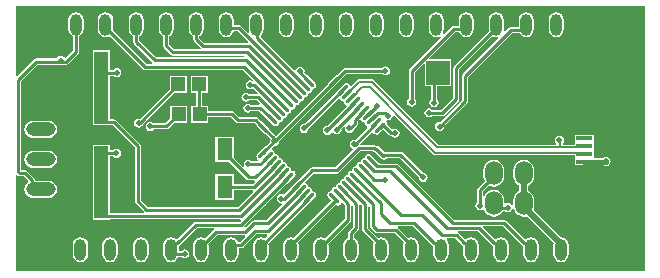
<source format=gtl>
G04*
G04 #@! TF.GenerationSoftware,Altium Limited,Altium Designer,20.0.13 (296)*
G04*
G04 Layer_Physical_Order=1*
G04 Layer_Color=255*
%FSLAX25Y25*%
%MOIN*%
G70*
G01*
G75*
%ADD13C,0.01000*%
%ADD19R,0.05315X0.01575*%
%ADD20R,0.06299X0.08268*%
%ADD21R,0.07480X0.07480*%
%ADD22R,0.08465X0.08465*%
%ADD23R,0.07874X0.07874*%
G04:AMPARAMS|DCode=24|XSize=11.81mil|YSize=47.24mil|CornerRadius=0mil|HoleSize=0mil|Usage=FLASHONLY|Rotation=45.000|XOffset=0mil|YOffset=0mil|HoleType=Round|Shape=Round|*
%AMOVALD24*
21,1,0.03543,0.01181,0.00000,0.00000,135.0*
1,1,0.01181,0.01253,-0.01253*
1,1,0.01181,-0.01253,0.01253*
%
%ADD24OVALD24*%

G04:AMPARAMS|DCode=25|XSize=11.81mil|YSize=47.24mil|CornerRadius=0mil|HoleSize=0mil|Usage=FLASHONLY|Rotation=135.000|XOffset=0mil|YOffset=0mil|HoleType=Round|Shape=Round|*
%AMOVALD25*
21,1,0.03543,0.01181,0.00000,0.00000,225.0*
1,1,0.01181,0.01253,0.01253*
1,1,0.01181,-0.01253,-0.01253*
%
%ADD25OVALD25*%

%ADD26R,0.04724X0.24000*%
%ADD27R,0.05118X0.07480*%
%ADD28R,0.04724X0.04724*%
%ADD44C,0.00800*%
%ADD45C,0.01500*%
%ADD46C,0.02000*%
%ADD47O,0.04000X0.07200*%
%ADD48R,0.04000X0.07200*%
%ADD49O,0.05906X0.07874*%
%ADD50O,0.09843X0.04724*%
%ADD51R,0.09843X0.04724*%
%ADD52C,0.01968*%
%ADD53C,0.02000*%
G36*
X210357Y765D02*
X765D01*
Y32726D01*
X1227Y32917D01*
X1265Y32879D01*
X1596Y32658D01*
X1986Y32580D01*
X3421D01*
X4895Y31106D01*
X4921Y31029D01*
X4849Y30474D01*
X4455Y30171D01*
X3996Y29573D01*
X3708Y28877D01*
X3609Y28130D01*
X3708Y27383D01*
X3996Y26686D01*
X4455Y26089D01*
X5053Y25630D01*
X5749Y25341D01*
X6496Y25243D01*
X11614D01*
X12361Y25341D01*
X13058Y25630D01*
X13656Y26089D01*
X14114Y26686D01*
X14403Y27383D01*
X14501Y28130D01*
X14403Y28877D01*
X14114Y29573D01*
X13656Y30171D01*
X13058Y30630D01*
X12361Y30918D01*
X11614Y31017D01*
X7193D01*
Y31269D01*
X7115Y31659D01*
X6894Y31990D01*
X4564Y34321D01*
X4233Y34542D01*
X3843Y34620D01*
X2420D01*
Y64178D01*
X7922Y69680D01*
X15003D01*
X15121Y69602D01*
X15700Y69487D01*
X16279Y69602D01*
X16397Y69680D01*
X17500D01*
X17890Y69758D01*
X18221Y69979D01*
X21564Y73322D01*
X21784Y73652D01*
X21862Y74042D01*
Y79075D01*
X22645Y79598D01*
X23198Y80424D01*
X23392Y81400D01*
Y84600D01*
X23198Y85575D01*
X22645Y86402D01*
X21818Y86955D01*
X20843Y87149D01*
X19867Y86955D01*
X19040Y86402D01*
X18488Y85575D01*
X18293Y84600D01*
Y81400D01*
X18488Y80424D01*
X19040Y79598D01*
X19823Y79075D01*
Y74465D01*
X17394Y72036D01*
X16770Y72070D01*
X16279Y72398D01*
X15700Y72513D01*
X15121Y72398D01*
X14630Y72070D01*
X14396Y71720D01*
X7500D01*
X7110Y71642D01*
X6779Y71421D01*
X1227Y65869D01*
X765Y66060D01*
Y89196D01*
X210357D01*
Y765D01*
D02*
G37*
%LPC*%
G36*
X171000Y87149D02*
X170025Y86955D01*
X169198Y86402D01*
X168645Y85575D01*
X168451Y84600D01*
Y82319D01*
X165945D01*
X165555Y82241D01*
X165224Y82020D01*
X163924Y80720D01*
X163463Y80966D01*
X163549Y81400D01*
Y84600D01*
X163355Y85575D01*
X162802Y86402D01*
X161975Y86955D01*
X161000Y87149D01*
X160024Y86955D01*
X159198Y86402D01*
X158645Y85575D01*
X158451Y84600D01*
Y81400D01*
X158541Y80948D01*
X146917Y69323D01*
X146696Y68993D01*
X146618Y68602D01*
Y58690D01*
X142589Y54661D01*
X139588D01*
X139554Y54712D01*
X139063Y55040D01*
X138484Y55155D01*
X137905Y55040D01*
X137414Y54712D01*
X137086Y54221D01*
X136971Y53642D01*
X137086Y53063D01*
X137414Y52572D01*
X137905Y52244D01*
X138484Y52128D01*
X139063Y52244D01*
X139554Y52572D01*
X139588Y52622D01*
X143012D01*
X143402Y52700D01*
X143733Y52921D01*
X148359Y57547D01*
X148580Y57877D01*
X148657Y58268D01*
Y68180D01*
X159723Y79246D01*
X160024Y79045D01*
X161000Y78851D01*
X161434Y78937D01*
X161680Y78477D01*
X149870Y66666D01*
X149649Y66335D01*
X149571Y65945D01*
Y58001D01*
X142087Y50517D01*
X142028Y50529D01*
X141448Y50414D01*
X140957Y50086D01*
X140629Y49595D01*
X140514Y49016D01*
X140629Y48437D01*
X140957Y47946D01*
X141448Y47618D01*
X142028Y47502D01*
X142607Y47618D01*
X143098Y47946D01*
X143426Y48437D01*
X143541Y49016D01*
X143529Y49075D01*
X151312Y56858D01*
X151532Y57189D01*
X151610Y57579D01*
Y65523D01*
X166367Y80280D01*
X168742D01*
X169198Y79598D01*
X170025Y79045D01*
X171000Y78851D01*
X171975Y79045D01*
X172802Y79598D01*
X173355Y80424D01*
X173549Y81400D01*
Y84600D01*
X173355Y85575D01*
X172802Y86402D01*
X171975Y86955D01*
X171000Y87149D01*
D02*
G37*
G36*
X81000D02*
X80024Y86955D01*
X79198Y86402D01*
X78645Y85575D01*
X78451Y84600D01*
Y81400D01*
X78605Y80624D01*
X78145Y80378D01*
X75902Y82621D01*
X75571Y82842D01*
X75181Y82920D01*
X73549D01*
Y84600D01*
X73355Y85575D01*
X72802Y86402D01*
X71975Y86955D01*
X71000Y87149D01*
X70025Y86955D01*
X69198Y86402D01*
X68645Y85575D01*
X68451Y84600D01*
Y81400D01*
X68645Y80424D01*
X69198Y79598D01*
X70025Y79045D01*
X71000Y78851D01*
X71975Y79045D01*
X72802Y79598D01*
X73355Y80424D01*
X73446Y80880D01*
X74758D01*
X78233Y77405D01*
X78026Y76905D01*
X63611D01*
X62020Y78497D01*
Y79075D01*
X62802Y79598D01*
X63355Y80424D01*
X63549Y81400D01*
Y84600D01*
X63355Y85575D01*
X62802Y86402D01*
X61976Y86955D01*
X61000Y87149D01*
X60024Y86955D01*
X59198Y86402D01*
X58645Y85575D01*
X58451Y84600D01*
Y81400D01*
X58645Y80424D01*
X59198Y79598D01*
X59980Y79075D01*
Y78075D01*
X60058Y77685D01*
X60279Y77354D01*
X62393Y75240D01*
X62329Y74942D01*
X62204Y74740D01*
X53670D01*
X52020Y76391D01*
Y79075D01*
X52802Y79598D01*
X53355Y80424D01*
X53549Y81400D01*
Y84600D01*
X53355Y85575D01*
X52802Y86402D01*
X51976Y86955D01*
X51000Y87149D01*
X50024Y86955D01*
X49198Y86402D01*
X48645Y85575D01*
X48451Y84600D01*
Y81400D01*
X48645Y80424D01*
X49198Y79598D01*
X49980Y79075D01*
Y75968D01*
X50058Y75578D01*
X50279Y75248D01*
X52527Y73000D01*
X52858Y72778D01*
X53248Y72701D01*
X76857D01*
X76870Y72681D01*
X76603Y72181D01*
X47470D01*
X42020Y77631D01*
Y79075D01*
X42802Y79598D01*
X43355Y80424D01*
X43549Y81400D01*
Y84600D01*
X43355Y85575D01*
X42802Y86402D01*
X41976Y86955D01*
X41000Y87149D01*
X40025Y86955D01*
X39198Y86402D01*
X38645Y85575D01*
X38451Y84600D01*
Y81400D01*
X38645Y80424D01*
X39198Y79598D01*
X39980Y79075D01*
Y77209D01*
X40058Y76819D01*
X40279Y76488D01*
X46274Y70493D01*
X46242Y70277D01*
X46097Y69993D01*
X44346D01*
X33287Y81052D01*
X33287Y81052D01*
X33185Y81154D01*
X33234Y81400D01*
Y84600D01*
X33040Y85575D01*
X32487Y86402D01*
X31661Y86955D01*
X30685Y87149D01*
X29710Y86955D01*
X28883Y86402D01*
X28330Y85575D01*
X28136Y84600D01*
Y81400D01*
X28330Y80424D01*
X28883Y79598D01*
X29710Y79045D01*
X30685Y78851D01*
X31661Y79045D01*
X32110Y79345D01*
X43203Y68252D01*
X43534Y68031D01*
X43924Y67953D01*
X76550D01*
X79854Y64649D01*
X79536Y64260D01*
X79479Y64298D01*
X78900Y64413D01*
X78321Y64298D01*
X77830Y63970D01*
X77502Y63479D01*
X77387Y62900D01*
X77502Y62321D01*
X77830Y61830D01*
X78321Y61502D01*
X78900Y61387D01*
X79479Y61502D01*
X79922Y61798D01*
X81400Y60320D01*
X81192Y59820D01*
X78604D01*
X78570Y59870D01*
X78079Y60198D01*
X77500Y60313D01*
X76921Y60198D01*
X76430Y59870D01*
X76102Y59379D01*
X75987Y58800D01*
X76102Y58221D01*
X76430Y57730D01*
X76921Y57402D01*
X77500Y57287D01*
X78079Y57402D01*
X78570Y57730D01*
X78604Y57780D01*
X81155D01*
X82216Y56720D01*
X82009Y56220D01*
X79204D01*
X79170Y56270D01*
X78679Y56598D01*
X78100Y56713D01*
X77521Y56598D01*
X77030Y56270D01*
X76702Y55779D01*
X76587Y55200D01*
X76702Y54621D01*
X77030Y54130D01*
X77521Y53802D01*
X78100Y53687D01*
X78679Y53802D01*
X79170Y54130D01*
X79204Y54180D01*
X81922D01*
X83890Y52212D01*
X84054Y51967D01*
X86560Y49461D01*
X86921Y49220D01*
X87346Y49135D01*
X87772Y49220D01*
X88132Y49461D01*
X88373Y49822D01*
X88458Y50247D01*
X88738Y50527D01*
X89164Y50612D01*
X89524Y50853D01*
X89765Y51214D01*
X89850Y51639D01*
X90130Y51919D01*
X90556Y52004D01*
X90916Y52245D01*
X91157Y52606D01*
X91242Y53031D01*
X91522Y53311D01*
X91948Y53396D01*
X92308Y53637D01*
X92549Y53998D01*
X92634Y54423D01*
X92914Y54703D01*
X93339Y54788D01*
X93700Y55029D01*
X93941Y55389D01*
X94026Y55815D01*
X94306Y56095D01*
X94731Y56180D01*
X95092Y56421D01*
X95333Y56782D01*
X95418Y57207D01*
X95698Y57487D01*
X96123Y57572D01*
X96484Y57813D01*
X96725Y58173D01*
X96810Y58599D01*
X97090Y58879D01*
X97515Y58964D01*
X97876Y59205D01*
X98117Y59565D01*
X98202Y59991D01*
X98482Y60271D01*
X98907Y60356D01*
X99268Y60597D01*
X99509Y60957D01*
X99594Y61383D01*
X99874Y61663D01*
X100299Y61747D01*
X100660Y61989D01*
X100901Y62349D01*
X100986Y62775D01*
X100901Y63200D01*
X100660Y63561D01*
X98154Y66066D01*
X97794Y66307D01*
X97780Y66310D01*
X96956Y67134D01*
X97029Y67500D01*
X96914Y68079D01*
X96586Y68570D01*
X96095Y68898D01*
X95516Y69013D01*
X94937Y68898D01*
X94446Y68570D01*
X94118Y68079D01*
X94087Y67926D01*
X93545Y67762D01*
X82507Y78799D01*
X82565Y79439D01*
X82802Y79598D01*
X83355Y80424D01*
X83549Y81400D01*
Y84600D01*
X83355Y85575D01*
X82802Y86402D01*
X81975Y86955D01*
X81000Y87149D01*
D02*
G37*
G36*
X151000D02*
X150024Y86955D01*
X149198Y86402D01*
X148645Y85575D01*
X148451Y84600D01*
Y82594D01*
X146731D01*
X146341Y82516D01*
X146010Y82295D01*
X143586Y79871D01*
X143198Y80189D01*
X143355Y80424D01*
X143549Y81400D01*
Y84600D01*
X143355Y85575D01*
X142802Y86402D01*
X141975Y86955D01*
X141000Y87149D01*
X140024Y86955D01*
X139198Y86402D01*
X138645Y85575D01*
X138451Y84600D01*
Y81400D01*
X138645Y80424D01*
X139198Y79598D01*
X140024Y79045D01*
X141000Y78851D01*
X141975Y79045D01*
X142211Y79202D01*
X142529Y78814D01*
X132153Y68437D01*
X131932Y68107D01*
X131854Y67716D01*
Y58429D01*
X131632Y58280D01*
X131304Y57789D01*
X131189Y57210D01*
X131304Y56631D01*
X131632Y56140D01*
X132123Y55812D01*
X132703Y55697D01*
X133282Y55812D01*
X133773Y56140D01*
X134101Y56631D01*
X134216Y57210D01*
X134101Y57789D01*
X133894Y58099D01*
Y67294D01*
X136636Y70037D01*
X137098Y69846D01*
Y62563D01*
X139180D01*
Y58104D01*
X139130Y58070D01*
X138802Y57579D01*
X138687Y57000D01*
X138802Y56421D01*
X139130Y55930D01*
X139621Y55602D01*
X140200Y55487D01*
X140779Y55602D01*
X141270Y55930D01*
X141598Y56421D01*
X141713Y57000D01*
X141598Y57579D01*
X141270Y58070D01*
X141220Y58104D01*
Y62563D01*
X145973D01*
Y71437D01*
X138690D01*
X138498Y71899D01*
X147154Y80554D01*
X148619D01*
X148645Y80424D01*
X149198Y79598D01*
X150024Y79045D01*
X151000Y78851D01*
X151976Y79045D01*
X152802Y79598D01*
X153355Y80424D01*
X153549Y81400D01*
Y84600D01*
X153355Y85575D01*
X152802Y86402D01*
X151976Y86955D01*
X151000Y87149D01*
D02*
G37*
G36*
X181000D02*
X180025Y86955D01*
X179198Y86402D01*
X178645Y85575D01*
X178451Y84600D01*
Y81400D01*
X178645Y80424D01*
X179198Y79598D01*
X180025Y79045D01*
X181000Y78851D01*
X181975Y79045D01*
X182802Y79598D01*
X183355Y80424D01*
X183549Y81400D01*
Y84600D01*
X183355Y85575D01*
X182802Y86402D01*
X181975Y86955D01*
X181000Y87149D01*
D02*
G37*
G36*
X131000D02*
X130025Y86955D01*
X129198Y86402D01*
X128645Y85575D01*
X128451Y84600D01*
Y81400D01*
X128645Y80424D01*
X129198Y79598D01*
X130025Y79045D01*
X131000Y78851D01*
X131975Y79045D01*
X132802Y79598D01*
X133355Y80424D01*
X133549Y81400D01*
Y84600D01*
X133355Y85575D01*
X132802Y86402D01*
X131975Y86955D01*
X131000Y87149D01*
D02*
G37*
G36*
X121000D02*
X120025Y86955D01*
X119198Y86402D01*
X118645Y85575D01*
X118451Y84600D01*
Y81400D01*
X118645Y80424D01*
X119198Y79598D01*
X120025Y79045D01*
X121000Y78851D01*
X121976Y79045D01*
X122802Y79598D01*
X123355Y80424D01*
X123549Y81400D01*
Y84600D01*
X123355Y85575D01*
X122802Y86402D01*
X121976Y86955D01*
X121000Y87149D01*
D02*
G37*
G36*
X111000D02*
X110024Y86955D01*
X109198Y86402D01*
X108645Y85575D01*
X108451Y84600D01*
Y81400D01*
X108645Y80424D01*
X109198Y79598D01*
X110024Y79045D01*
X111000Y78851D01*
X111976Y79045D01*
X112802Y79598D01*
X113355Y80424D01*
X113549Y81400D01*
Y84600D01*
X113355Y85575D01*
X112802Y86402D01*
X111976Y86955D01*
X111000Y87149D01*
D02*
G37*
G36*
X101000D02*
X100024Y86955D01*
X99198Y86402D01*
X98645Y85575D01*
X98451Y84600D01*
Y81400D01*
X98645Y80424D01*
X99198Y79598D01*
X100024Y79045D01*
X101000Y78851D01*
X101976Y79045D01*
X102802Y79598D01*
X103355Y80424D01*
X103549Y81400D01*
Y84600D01*
X103355Y85575D01*
X102802Y86402D01*
X101976Y86955D01*
X101000Y87149D01*
D02*
G37*
G36*
X91000D02*
X90025Y86955D01*
X89198Y86402D01*
X88645Y85575D01*
X88451Y84600D01*
Y81400D01*
X88645Y80424D01*
X89198Y79598D01*
X90025Y79045D01*
X91000Y78851D01*
X91975Y79045D01*
X92802Y79598D01*
X93355Y80424D01*
X93549Y81400D01*
Y84600D01*
X93355Y85575D01*
X92802Y86402D01*
X91975Y86955D01*
X91000Y87149D01*
D02*
G37*
G36*
X32094Y74410D02*
X26370D01*
Y49409D01*
X30996D01*
X31095Y49390D01*
X33026D01*
X40417Y41999D01*
Y24114D01*
X40495Y23724D01*
X40716Y23393D01*
X43495Y20614D01*
X43432Y20316D01*
X43306Y20114D01*
X32094D01*
Y39080D01*
X33196D01*
X33230Y39030D01*
X33721Y38702D01*
X34300Y38587D01*
X34879Y38702D01*
X35370Y39030D01*
X35698Y39521D01*
X35813Y40100D01*
X35698Y40679D01*
X35370Y41170D01*
X34879Y41498D01*
X34300Y41613D01*
X33721Y41498D01*
X33230Y41170D01*
X33196Y41120D01*
X32094D01*
Y42913D01*
X26370D01*
Y17913D01*
X32094D01*
Y18075D01*
X75670D01*
X75850Y17640D01*
X75539Y17260D01*
X60740D01*
X60350Y17182D01*
X60019Y16961D01*
X54446Y11388D01*
X54302Y11402D01*
X53475Y11955D01*
X52500Y12149D01*
X51525Y11955D01*
X50698Y11402D01*
X50145Y10575D01*
X49951Y9600D01*
Y6400D01*
X50145Y5424D01*
X50698Y4598D01*
X51525Y4045D01*
X52500Y3851D01*
X53475Y4045D01*
X54302Y4598D01*
X54855Y5424D01*
X54886Y5580D01*
X55996D01*
X56030Y5530D01*
X56521Y5202D01*
X57100Y5087D01*
X57679Y5202D01*
X58170Y5530D01*
X58498Y6021D01*
X58613Y6600D01*
X58498Y7179D01*
X58170Y7670D01*
X57679Y7998D01*
X57100Y8113D01*
X56521Y7998D01*
X56030Y7670D01*
X55996Y7620D01*
X55049D01*
Y9229D01*
X55064Y9232D01*
X55395Y9453D01*
X61163Y15221D01*
X66731D01*
X66882Y14721D01*
X66700Y14599D01*
X63824Y11722D01*
X63476Y11955D01*
X62500Y12149D01*
X61524Y11955D01*
X60698Y11402D01*
X60145Y10575D01*
X59951Y9600D01*
Y6400D01*
X60145Y5424D01*
X60698Y4598D01*
X61524Y4045D01*
X62500Y3851D01*
X63476Y4045D01*
X64302Y4598D01*
X64855Y5424D01*
X65049Y6400D01*
Y9600D01*
X64972Y9987D01*
X67844Y12858D01*
X77146D01*
X77321Y12576D01*
X77364Y12368D01*
X75578Y10583D01*
X74850D01*
X74302Y11402D01*
X73475Y11955D01*
X72500Y12149D01*
X71525Y11955D01*
X70698Y11402D01*
X70145Y10575D01*
X69951Y9600D01*
Y6400D01*
X70145Y5424D01*
X70698Y4598D01*
X71525Y4045D01*
X72500Y3851D01*
X73475Y4045D01*
X74302Y4598D01*
X74855Y5424D01*
X75049Y6400D01*
Y8543D01*
X76000D01*
X76390Y8621D01*
X76721Y8842D01*
X80934Y13055D01*
X84425D01*
X84632Y12555D01*
X83809Y11732D01*
X83476Y11955D01*
X82500Y12149D01*
X81524Y11955D01*
X80698Y11402D01*
X80145Y10575D01*
X79951Y9600D01*
Y6400D01*
X80145Y5424D01*
X80698Y4598D01*
X81524Y4045D01*
X82500Y3851D01*
X83476Y4045D01*
X84302Y4598D01*
X84855Y5424D01*
X85049Y6400D01*
Y9600D01*
X84968Y10007D01*
X97719Y22758D01*
X97794Y22773D01*
X98154Y23014D01*
X100660Y25520D01*
X100901Y25880D01*
X100986Y26306D01*
X100901Y26731D01*
X100660Y27092D01*
X100299Y27333D01*
X99874Y27418D01*
X99594Y27698D01*
X99509Y28123D01*
X99268Y28484D01*
X98907Y28725D01*
X98482Y28810D01*
X98202Y29090D01*
X98117Y29515D01*
X97876Y29876D01*
X97515Y30117D01*
X97488Y30123D01*
X97323Y30665D01*
X100038Y33380D01*
X107777D01*
X108167Y33458D01*
X108498Y33679D01*
X115615Y40796D01*
X119943D01*
X120072Y40710D01*
X120439Y40637D01*
X122750Y38326D01*
X123111Y38084D01*
X123537Y38000D01*
X123962Y38084D01*
X124323Y38326D01*
X124554Y38671D01*
X128587D01*
X135099Y32160D01*
X135087Y32100D01*
X135202Y31521D01*
X135530Y31030D01*
X136021Y30702D01*
X136600Y30587D01*
X137179Y30702D01*
X137670Y31030D01*
X137998Y31521D01*
X138113Y32100D01*
X137998Y32679D01*
X137670Y33170D01*
X137179Y33498D01*
X136600Y33613D01*
X136540Y33601D01*
X129730Y40412D01*
X129399Y40633D01*
X129009Y40710D01*
X123511D01*
X121817Y42403D01*
X121457Y42645D01*
X121031Y42729D01*
X120800Y42683D01*
X120688Y42758D01*
X120298Y42835D01*
X115768D01*
X115561Y43335D01*
X119456Y47230D01*
X119998Y47065D01*
X120004Y47038D01*
X120245Y46677D01*
X120606Y46436D01*
X121031Y46351D01*
X121457Y46436D01*
X121817Y46677D01*
X123248Y48108D01*
X125042Y46315D01*
X125373Y46094D01*
X125763Y46016D01*
X126036D01*
X126194Y45780D01*
X126685Y45452D01*
X127264Y45337D01*
X127843Y45452D01*
X128334Y45780D01*
X128662Y46271D01*
X128777Y46850D01*
X128662Y47429D01*
X128334Y47921D01*
X127843Y48248D01*
X127264Y48364D01*
X126685Y48248D01*
X126395Y48055D01*
X126185D01*
X124586Y49654D01*
X124649Y49969D01*
X124564Y50394D01*
X124327Y50749D01*
X124334Y50780D01*
X124530Y51218D01*
X124902Y51144D01*
X125481Y51259D01*
X125972Y51587D01*
X126300Y52078D01*
X126370Y52432D01*
X126894Y52615D01*
X133111Y46398D01*
X133111Y46398D01*
X139839Y39671D01*
X140136Y39472D01*
X140488Y39402D01*
X186929D01*
X186969Y39394D01*
X187049D01*
Y36094D01*
X193364D01*
Y36107D01*
X196773D01*
X196980Y35968D01*
X197565Y35852D01*
X198150Y35968D01*
X198647Y36300D01*
X198669Y36322D01*
X199000Y36818D01*
X199117Y37403D01*
X199000Y37988D01*
X198669Y38485D01*
X198173Y38816D01*
X197587Y38933D01*
X197002Y38816D01*
X196762Y38655D01*
X193364D01*
Y41212D01*
Y43771D01*
Y46346D01*
X187049D01*
Y43045D01*
X186969D01*
X186929Y43037D01*
X183250D01*
X183142Y43537D01*
X183398Y43921D01*
X183513Y44500D01*
X183398Y45079D01*
X183070Y45570D01*
X182579Y45898D01*
X182000Y46013D01*
X181421Y45898D01*
X180930Y45570D01*
X180602Y45079D01*
X180487Y44500D01*
X180602Y43921D01*
X180858Y43537D01*
X180728Y43160D01*
X180637Y43037D01*
X141613D01*
X136209Y48442D01*
X136209Y48442D01*
X120095Y64555D01*
X119798Y64754D01*
X119446Y64824D01*
X115191D01*
X114839Y64754D01*
X114542Y64555D01*
X113440Y63454D01*
X113440Y63454D01*
X112606Y62620D01*
X112064Y62784D01*
X112036Y62922D01*
X111795Y63283D01*
X111435Y63524D01*
X111009Y63608D01*
X110584Y63524D01*
X110223Y63283D01*
X107717Y60777D01*
X107476Y60416D01*
X107474Y60403D01*
X96970Y49899D01*
X96900Y49913D01*
X96321Y49798D01*
X95830Y49470D01*
X95502Y48979D01*
X95387Y48400D01*
X95502Y47821D01*
X95830Y47330D01*
X96321Y47002D01*
X96900Y46887D01*
X97479Y47002D01*
X97970Y47330D01*
X98298Y47821D01*
X98413Y48400D01*
X98404Y48449D01*
X108320Y58366D01*
X108863Y58201D01*
X108868Y58173D01*
X109109Y57813D01*
X109470Y57572D01*
X109896Y57487D01*
X110176Y57207D01*
X110260Y56782D01*
X110501Y56421D01*
X110862Y56180D01*
X110890Y56174D01*
X111054Y55632D01*
X104664Y49242D01*
X104626Y49250D01*
X104047Y49134D01*
X103556Y48806D01*
X103228Y48315D01*
X103113Y47736D01*
X103228Y47157D01*
X103556Y46666D01*
X104047Y46338D01*
X104626Y46223D01*
X105205Y46338D01*
X105696Y46666D01*
X106024Y47157D01*
X106040Y47239D01*
X106564Y47306D01*
X106798Y46956D01*
X107289Y46628D01*
X107868Y46512D01*
X108447Y46628D01*
X108938Y46956D01*
X109266Y47447D01*
X109381Y48026D01*
X109337Y48247D01*
X110098Y49007D01*
X110558Y48761D01*
X110487Y48400D01*
X110602Y47821D01*
X110930Y47330D01*
X111421Y47002D01*
X112000Y46887D01*
X112579Y47002D01*
X113070Y47330D01*
X113398Y47821D01*
X113481Y48239D01*
X114421Y49179D01*
X114642Y49510D01*
X114720Y49900D01*
Y50878D01*
X115275Y51433D01*
X115817Y51268D01*
X115828Y51214D01*
X116069Y50853D01*
X116430Y50612D01*
X116855Y50527D01*
X117135Y50247D01*
X117220Y49822D01*
X117461Y49461D01*
X117822Y49220D01*
X117849Y49215D01*
X118014Y48672D01*
X113918Y44576D01*
X113681Y44624D01*
X113102Y44508D01*
X112611Y44180D01*
X112283Y43689D01*
X112168Y43110D01*
X112283Y42531D01*
X112611Y42040D01*
X113005Y41777D01*
X113164Y41229D01*
X107355Y35420D01*
X99616D01*
X99226Y35342D01*
X98895Y35121D01*
X95286Y31512D01*
X95272Y31509D01*
X94911Y31268D01*
X92406Y28762D01*
X92176Y28418D01*
X90045Y26287D01*
X89879Y26398D01*
X89300Y26513D01*
X88721Y26398D01*
X88230Y26070D01*
X87902Y25579D01*
X87787Y25000D01*
X87902Y24421D01*
X88230Y23930D01*
X88721Y23602D01*
X89300Y23487D01*
X89347Y23496D01*
X89593Y23035D01*
X84310Y17752D01*
X80118D01*
X79728Y17674D01*
X79397Y17453D01*
X77114Y15171D01*
X77074Y15181D01*
X76921Y15735D01*
X83900Y22714D01*
X84093Y23002D01*
X90820Y29730D01*
X90834Y29733D01*
X91195Y29974D01*
X93700Y32479D01*
X93941Y32840D01*
X94026Y33266D01*
X93941Y33691D01*
X93700Y34052D01*
X93339Y34293D01*
X92914Y34378D01*
X92634Y34657D01*
X92549Y35083D01*
X92308Y35444D01*
X91948Y35685D01*
X91522Y35769D01*
X91242Y36050D01*
X91157Y36475D01*
X90916Y36836D01*
X90556Y37077D01*
X90130Y37161D01*
X89850Y37441D01*
X89765Y37867D01*
X89524Y38228D01*
X89164Y38469D01*
X88738Y38553D01*
X88458Y38833D01*
X88373Y39259D01*
X88132Y39620D01*
X87772Y39861D01*
X87346Y39945D01*
X87066Y40225D01*
X86981Y40651D01*
X86740Y41012D01*
X86380Y41252D01*
X86352Y41258D01*
X86187Y41801D01*
X86978Y42591D01*
X87000Y42587D01*
X87579Y42702D01*
X88070Y43030D01*
X88398Y43521D01*
X88513Y44100D01*
X88505Y44141D01*
X106104Y61739D01*
X106145Y61747D01*
X106506Y61989D01*
X109011Y64494D01*
X109253Y64855D01*
X109255Y64868D01*
X110967Y66580D01*
X122896D01*
X122930Y66530D01*
X123421Y66202D01*
X124000Y66087D01*
X124579Y66202D01*
X125070Y66530D01*
X125398Y67021D01*
X125513Y67600D01*
X125398Y68179D01*
X125070Y68670D01*
X124579Y68998D01*
X124000Y69113D01*
X123421Y68998D01*
X122930Y68670D01*
X122896Y68620D01*
X110545D01*
X110155Y68542D01*
X109824Y68321D01*
X107813Y66310D01*
X107800Y66307D01*
X107439Y66066D01*
X104934Y63561D01*
X104716Y63235D01*
X87474Y45994D01*
X85592Y47875D01*
X85589Y47889D01*
X85348Y48250D01*
X82843Y50755D01*
X82482Y50996D01*
X82469Y50999D01*
X81547Y51921D01*
X81216Y52142D01*
X80826Y52220D01*
X75222D01*
X73572Y53870D01*
X73241Y54091D01*
X72851Y54169D01*
X64925D01*
Y56011D01*
X62984D01*
Y60228D01*
X64827D01*
Y65952D01*
X59102D01*
Y60228D01*
X60945D01*
Y56011D01*
X59201D01*
Y50287D01*
X64925D01*
Y52130D01*
X72428D01*
X74079Y50479D01*
X74410Y50258D01*
X74800Y50180D01*
X80403D01*
X81027Y49557D01*
X81029Y49543D01*
X81270Y49183D01*
X83776Y46677D01*
X84137Y46436D01*
X84150Y46433D01*
X85723Y44861D01*
X85602Y44679D01*
X85487Y44100D01*
X85506Y44003D01*
X84150Y42647D01*
X84137Y42645D01*
X83776Y42403D01*
X81270Y39898D01*
X81029Y39537D01*
X80945Y39112D01*
X81029Y38686D01*
X81270Y38326D01*
X81356Y38268D01*
X81482Y37650D01*
X81476Y37633D01*
X81331Y37437D01*
X79352D01*
X79318Y37487D01*
X78827Y37815D01*
X78248Y37931D01*
X77669Y37815D01*
X77178Y37487D01*
X76850Y36996D01*
X76735Y36417D01*
X76827Y35952D01*
X76423Y35660D01*
X76415Y35657D01*
X73433Y38639D01*
Y45677D01*
X67315D01*
Y37197D01*
X71991D01*
X77822Y31366D01*
X78153Y31145D01*
X78543Y31067D01*
X80215D01*
X80422Y30567D01*
X79713Y29858D01*
X73433D01*
Y33079D01*
X67315D01*
Y24598D01*
X73433D01*
Y27819D01*
X79751D01*
X79958Y27319D01*
X74918Y22279D01*
X44714D01*
X42457Y24536D01*
Y42421D01*
X42379Y42811D01*
X42158Y43142D01*
X34170Y51130D01*
X33839Y51351D01*
X33449Y51429D01*
X32094D01*
Y65980D01*
X33396D01*
X33430Y65930D01*
X33921Y65602D01*
X34500Y65487D01*
X35079Y65602D01*
X35570Y65930D01*
X35898Y66421D01*
X36013Y67000D01*
X35898Y67579D01*
X35570Y68070D01*
X35079Y68398D01*
X34500Y68513D01*
X33921Y68398D01*
X33430Y68070D01*
X33396Y68020D01*
X32094D01*
Y74410D01*
D02*
G37*
G36*
X57827Y65952D02*
X52102D01*
Y61670D01*
X42072Y51639D01*
X41700Y51713D01*
X41121Y51598D01*
X40630Y51270D01*
X40302Y50779D01*
X40187Y50200D01*
X40302Y49621D01*
X40630Y49130D01*
X41121Y48802D01*
X41700Y48687D01*
X42279Y48802D01*
X42770Y49130D01*
X43098Y49621D01*
X43138Y49822D01*
X53544Y60228D01*
X57827D01*
Y65952D01*
D02*
G37*
G36*
X57925Y56011D02*
X52201D01*
Y51729D01*
X50591Y50120D01*
X46704D01*
X46670Y50170D01*
X46179Y50498D01*
X45600Y50613D01*
X45021Y50498D01*
X44530Y50170D01*
X44202Y49679D01*
X44087Y49100D01*
X44202Y48521D01*
X44530Y48030D01*
X45021Y47702D01*
X45600Y47587D01*
X46179Y47702D01*
X46670Y48030D01*
X46704Y48080D01*
X51014D01*
X51404Y48158D01*
X51735Y48379D01*
X53643Y50287D01*
X57925D01*
Y56011D01*
D02*
G37*
G36*
X11614Y51017D02*
X6496D01*
X5749Y50919D01*
X5053Y50630D01*
X4455Y50171D01*
X3996Y49573D01*
X3708Y48877D01*
X3609Y48130D01*
X3708Y47383D01*
X3996Y46687D01*
X4455Y46089D01*
X5053Y45630D01*
X5749Y45341D01*
X6496Y45243D01*
X11614D01*
X12361Y45341D01*
X13058Y45630D01*
X13656Y46089D01*
X14114Y46687D01*
X14403Y47383D01*
X14501Y48130D01*
X14403Y48877D01*
X14114Y49573D01*
X13656Y50171D01*
X13058Y50630D01*
X12361Y50919D01*
X11614Y51017D01*
D02*
G37*
G36*
Y41017D02*
X6496D01*
X5749Y40918D01*
X5053Y40630D01*
X4455Y40171D01*
X3996Y39573D01*
X3708Y38877D01*
X3609Y38130D01*
X3708Y37383D01*
X3996Y36687D01*
X4455Y36089D01*
X5053Y35630D01*
X5749Y35341D01*
X6496Y35243D01*
X11614D01*
X12361Y35341D01*
X13058Y35630D01*
X13656Y36089D01*
X14114Y36687D01*
X14403Y37383D01*
X14501Y38130D01*
X14403Y38877D01*
X14114Y39573D01*
X13656Y40171D01*
X13058Y40630D01*
X12361Y40918D01*
X11614Y41017D01*
D02*
G37*
G36*
X170138Y37931D02*
X169236Y37813D01*
X168396Y37465D01*
X167675Y36911D01*
X167122Y36190D01*
X166774Y35350D01*
X166655Y34449D01*
Y32480D01*
X166774Y31579D01*
X167122Y30739D01*
X167675Y30018D01*
X168396Y29464D01*
X168608Y29377D01*
Y27553D01*
X168396Y27465D01*
X167675Y26911D01*
X167122Y26190D01*
X166774Y25350D01*
X166655Y24449D01*
Y22727D01*
X166406Y22646D01*
X166155Y22643D01*
X165870Y23070D01*
X165379Y23398D01*
X164800Y23513D01*
X164221Y23398D01*
X164120Y23331D01*
X163620Y23598D01*
Y24449D01*
X163502Y25350D01*
X163154Y26190D01*
X162600Y26911D01*
X161879Y27465D01*
X161039Y27813D01*
X160138Y27931D01*
X159236Y27813D01*
X158396Y27465D01*
X157675Y26911D01*
X157122Y26190D01*
X157020Y25943D01*
X156520Y26043D01*
Y27478D01*
X158474Y29432D01*
X159236Y29116D01*
X160138Y28998D01*
X161039Y29116D01*
X161879Y29464D01*
X162600Y30018D01*
X163154Y30739D01*
X163502Y31579D01*
X163620Y32480D01*
Y34449D01*
X163502Y35350D01*
X163154Y36190D01*
X162600Y36911D01*
X161879Y37465D01*
X161039Y37813D01*
X160138Y37931D01*
X159236Y37813D01*
X158396Y37465D01*
X157675Y36911D01*
X157122Y36190D01*
X156774Y35350D01*
X156655Y34449D01*
Y32480D01*
X156774Y31579D01*
X157056Y30898D01*
X154779Y28621D01*
X154558Y28290D01*
X154480Y27900D01*
Y23804D01*
X154430Y23770D01*
X154102Y23279D01*
X153987Y22700D01*
X154102Y22121D01*
X154430Y21630D01*
X154921Y21302D01*
X155500Y21187D01*
X156079Y21302D01*
X156311Y21457D01*
X156313Y21457D01*
X156895Y21285D01*
X157122Y20739D01*
X157675Y20018D01*
X158396Y19464D01*
X159236Y19116D01*
X160138Y18998D01*
X161039Y19116D01*
X161879Y19464D01*
X162600Y20018D01*
X163154Y20739D01*
X163234Y20934D01*
X163716Y20951D01*
X163730Y20930D01*
X164221Y20602D01*
X164800Y20487D01*
X165379Y20602D01*
X165870Y20930D01*
X166198Y21421D01*
X166254Y21700D01*
X166760Y21684D01*
X166774Y21579D01*
X167122Y20739D01*
X167675Y20018D01*
X168396Y19464D01*
X169236Y19116D01*
X170138Y18998D01*
X171039Y19116D01*
X171068Y19128D01*
X180058Y10138D01*
X179951Y9600D01*
Y6400D01*
X180145Y5424D01*
X180698Y4598D01*
X181525Y4045D01*
X182500Y3851D01*
X183475Y4045D01*
X184302Y4598D01*
X184855Y5424D01*
X185049Y6400D01*
Y9600D01*
X184855Y10575D01*
X184302Y11402D01*
X183475Y11955D01*
X182500Y12149D01*
X182394Y12128D01*
X173338Y21184D01*
X173502Y21579D01*
X173620Y22480D01*
Y24449D01*
X173502Y25350D01*
X173154Y26190D01*
X172600Y26911D01*
X171879Y27465D01*
X171667Y27553D01*
Y29377D01*
X171879Y29464D01*
X172600Y30018D01*
X173154Y30739D01*
X173502Y31579D01*
X173620Y32480D01*
Y34449D01*
X173502Y35350D01*
X173154Y36190D01*
X172600Y36911D01*
X171879Y37465D01*
X171039Y37813D01*
X170138Y37931D01*
D02*
G37*
G36*
X118247Y39945D02*
X117822Y39861D01*
X117461Y39620D01*
X117220Y39259D01*
X117135Y38833D01*
X116855Y38553D01*
X116430Y38469D01*
X116069Y38228D01*
X115828Y37867D01*
X115743Y37441D01*
X115463Y37161D01*
X115038Y37077D01*
X114677Y36836D01*
X114436Y36475D01*
X114351Y36050D01*
X114071Y35769D01*
X113646Y35685D01*
X113285Y35444D01*
X113044Y35083D01*
X112960Y34657D01*
X112680Y34378D01*
X112254Y34293D01*
X111893Y34052D01*
X111652Y33691D01*
X111568Y33266D01*
X111287Y32985D01*
X110862Y32901D01*
X110501Y32660D01*
X110260Y32299D01*
X110176Y31874D01*
X109896Y31594D01*
X109470Y31509D01*
X109109Y31268D01*
X108868Y30907D01*
X108784Y30482D01*
X108504Y30202D01*
X108078Y30117D01*
X107717Y29876D01*
X107476Y29515D01*
X107392Y29090D01*
X107112Y28810D01*
X106686Y28725D01*
X106325Y28484D01*
X106084Y28123D01*
X106000Y27698D01*
X105720Y27418D01*
X105294Y27333D01*
X104934Y27092D01*
X104692Y26731D01*
X104608Y26306D01*
X104692Y25880D01*
X104934Y25520D01*
X105956Y24498D01*
X93423Y11965D01*
X92500Y12149D01*
X91524Y11955D01*
X90698Y11402D01*
X90145Y10575D01*
X89951Y9600D01*
Y6400D01*
X90145Y5424D01*
X90698Y4598D01*
X91524Y4045D01*
X92500Y3851D01*
X93476Y4045D01*
X94302Y4598D01*
X94855Y5424D01*
X95049Y6400D01*
Y9600D01*
X94865Y10523D01*
X107397Y23056D01*
X107439Y23014D01*
X107800Y22773D01*
X108225Y22688D01*
X108651Y22773D01*
X109011Y23014D01*
X109253Y23375D01*
X109258Y23402D01*
X109801Y23567D01*
X110496Y22871D01*
Y18434D01*
X103800Y11738D01*
X103475Y11955D01*
X102500Y12149D01*
X101525Y11955D01*
X100698Y11402D01*
X100145Y10575D01*
X99951Y9600D01*
Y6400D01*
X100145Y5424D01*
X100698Y4598D01*
X101525Y4045D01*
X102500Y3851D01*
X103475Y4045D01*
X104302Y4598D01*
X104855Y5424D01*
X105049Y6400D01*
Y9600D01*
X104965Y10020D01*
X112237Y17291D01*
X112458Y17622D01*
X112535Y18012D01*
Y22594D01*
X113035Y22843D01*
X113252Y22680D01*
Y15580D01*
X111779Y14107D01*
X111558Y13776D01*
X111480Y13386D01*
Y11925D01*
X110698Y11402D01*
X110145Y10575D01*
X109951Y9600D01*
Y6400D01*
X110145Y5424D01*
X110698Y4598D01*
X111524Y4045D01*
X112500Y3851D01*
X113476Y4045D01*
X114302Y4598D01*
X114855Y5424D01*
X115049Y6400D01*
Y9600D01*
X114855Y10575D01*
X114302Y11402D01*
X113520Y11925D01*
Y12964D01*
X114993Y14436D01*
X115214Y14767D01*
X115291Y15157D01*
Y22937D01*
X115791Y23144D01*
X116205Y22730D01*
Y14876D01*
X116282Y14485D01*
X116503Y14155D01*
X120135Y10523D01*
X119951Y9600D01*
Y6400D01*
X120145Y5424D01*
X120698Y4598D01*
X121525Y4045D01*
X122500Y3851D01*
X123476Y4045D01*
X124302Y4598D01*
X124855Y5424D01*
X125049Y6400D01*
Y9600D01*
X124855Y10575D01*
X124302Y11402D01*
X123476Y11955D01*
X122500Y12149D01*
X121577Y11965D01*
X118244Y15298D01*
Y22295D01*
X118744Y22562D01*
X118862Y22483D01*
Y15846D01*
X118940Y15456D01*
X119161Y15125D01*
X120440Y13846D01*
X120771Y13625D01*
X121161Y13547D01*
X127111D01*
X130135Y10523D01*
X129951Y9600D01*
Y6400D01*
X130145Y5424D01*
X130698Y4598D01*
X131525Y4045D01*
X132500Y3851D01*
X133475Y4045D01*
X134302Y4598D01*
X134855Y5424D01*
X135049Y6400D01*
Y9600D01*
X134855Y10575D01*
X134302Y11402D01*
X133475Y11955D01*
X132500Y12149D01*
X131577Y11965D01*
X128254Y15288D01*
X128072Y15409D01*
X128224Y15910D01*
X133149D01*
X139605Y9453D01*
X139936Y9232D01*
X139951Y9229D01*
Y6400D01*
X140145Y5424D01*
X140698Y4598D01*
X141525Y4045D01*
X142500Y3851D01*
X143475Y4045D01*
X144302Y4598D01*
X144855Y5424D01*
X145049Y6400D01*
Y9600D01*
X144855Y10575D01*
X144384Y11280D01*
X144568Y11780D01*
X147278D01*
X149605Y9453D01*
X149936Y9232D01*
X149951Y9229D01*
Y6400D01*
X150145Y5424D01*
X150698Y4598D01*
X151525Y4045D01*
X152500Y3851D01*
X153475Y4045D01*
X154302Y4598D01*
X154855Y5424D01*
X155049Y6400D01*
Y9600D01*
X154855Y10575D01*
X154302Y11402D01*
X153475Y11955D01*
X152500Y12149D01*
X151525Y11955D01*
X150698Y11402D01*
X150554Y11388D01*
X148421Y13521D01*
X148090Y13742D01*
X148168Y14236D01*
X154822D01*
X159605Y9453D01*
X159936Y9232D01*
X159951Y9229D01*
Y6400D01*
X160145Y5424D01*
X160698Y4598D01*
X161525Y4045D01*
X162500Y3851D01*
X163476Y4045D01*
X164302Y4598D01*
X164855Y5424D01*
X165049Y6400D01*
Y9600D01*
X164855Y10575D01*
X164302Y11402D01*
X163476Y11955D01*
X162500Y12149D01*
X161525Y11955D01*
X160698Y11402D01*
X160554Y11388D01*
X156494Y15448D01*
X156686Y15910D01*
X163148D01*
X169605Y9453D01*
X169936Y9232D01*
X169951Y9229D01*
Y6400D01*
X170145Y5424D01*
X170698Y4598D01*
X171525Y4045D01*
X172500Y3851D01*
X173475Y4045D01*
X174302Y4598D01*
X174855Y5424D01*
X175049Y6400D01*
Y9600D01*
X174855Y10575D01*
X174302Y11402D01*
X173475Y11955D01*
X172500Y12149D01*
X171525Y11955D01*
X170698Y11402D01*
X170554Y11388D01*
X164292Y17650D01*
X163961Y17871D01*
X163571Y17949D01*
X146879D01*
X128307Y36521D01*
X127976Y36742D01*
X127586Y36820D01*
X121752D01*
X121703Y36868D01*
X121539Y37114D01*
X119034Y39620D01*
X118673Y39861D01*
X118247Y39945D01*
D02*
G37*
G36*
X42500Y12149D02*
X41525Y11955D01*
X40698Y11402D01*
X40145Y10575D01*
X39951Y9600D01*
Y6400D01*
X40145Y5424D01*
X40698Y4598D01*
X41525Y4045D01*
X42500Y3851D01*
X43475Y4045D01*
X44302Y4598D01*
X44855Y5424D01*
X45049Y6400D01*
Y9600D01*
X44855Y10575D01*
X44302Y11402D01*
X43475Y11955D01*
X42500Y12149D01*
D02*
G37*
G36*
X32185D02*
X31210Y11955D01*
X30383Y11402D01*
X29830Y10575D01*
X29636Y9600D01*
Y6400D01*
X29830Y5424D01*
X30383Y4598D01*
X31210Y4045D01*
X32185Y3851D01*
X33160Y4045D01*
X33987Y4598D01*
X34540Y5424D01*
X34734Y6400D01*
Y9600D01*
X34540Y10575D01*
X33987Y11402D01*
X33160Y11955D01*
X32185Y12149D01*
D02*
G37*
G36*
X22343D02*
X21367Y11955D01*
X20540Y11402D01*
X19988Y10575D01*
X19794Y9600D01*
Y6400D01*
X19988Y5424D01*
X20540Y4598D01*
X21367Y4045D01*
X22343Y3851D01*
X23318Y4045D01*
X24145Y4598D01*
X24698Y5424D01*
X24892Y6400D01*
Y9600D01*
X24698Y10575D01*
X24145Y11402D01*
X23318Y11955D01*
X22343Y12149D01*
D02*
G37*
%LPD*%
D13*
X135391Y30116D02*
X137812D01*
X128188Y37320D02*
X135391Y30116D01*
X137812D02*
X142505Y34809D01*
X144809D02*
X145000Y35000D01*
X142505Y34809D02*
X144809D01*
X122594Y37320D02*
X128188D01*
X120892Y38972D02*
X120941D01*
X122594Y37320D01*
X129009Y39691D02*
X136600Y32100D01*
X94445Y29229D02*
X99616Y34400D01*
X107777D01*
X115193Y41816D01*
X113788Y43004D02*
X120892Y50108D01*
X120996Y41652D02*
X122284Y40365D01*
X122958Y39691D01*
X115193Y41816D02*
X120298D01*
X120462Y41652D01*
X120996D01*
X82344Y55200D02*
X86044Y51500D01*
X78100Y55200D02*
X82344D01*
X81577Y58800D02*
X87485Y52892D01*
X77500Y58800D02*
X81577D01*
X78900Y62900D02*
X80261D01*
X88877Y54284D01*
X80826Y51200D02*
X83310Y48716D01*
X74800Y51200D02*
X80826D01*
X83310Y48716D02*
X83310D01*
X72851Y53149D02*
X74800Y51200D01*
X86044Y51500D02*
X86093D01*
X83310Y48716D02*
X86815Y45211D01*
X62063Y53149D02*
X72851D01*
X106950Y64028D02*
X106973D01*
X110545Y67600D01*
X87163Y44240D02*
X106950Y64028D01*
X7500Y70700D02*
X17500D01*
X107868Y48220D02*
X115324Y55676D01*
X107868Y48026D02*
Y48220D01*
X95701Y66947D02*
Y67315D01*
Y66947D02*
X98621Y64028D01*
X95516Y67500D02*
X95701Y67315D01*
X31095Y67000D02*
X34500D01*
X96913Y48400D02*
X109756Y61244D01*
X96900Y48400D02*
X96913D01*
X29232Y30413D02*
Y38238D01*
X31095Y40100D01*
X34300D01*
X29232Y61910D02*
Y65138D01*
X31095Y67000D01*
X45600Y49100D02*
X51014D01*
X55063Y53149D01*
X42074Y50200D02*
X54965Y63090D01*
X41700Y50200D02*
X42074D01*
X155500Y22700D02*
Y27900D01*
X160138Y32538D01*
Y23465D02*
X161602Y22000D01*
X164800D01*
X52600Y6600D02*
X57100D01*
X52500Y6700D02*
X52600Y6600D01*
X160138Y32538D02*
Y33465D01*
X146457Y16929D02*
X163571D01*
X170326Y10174D02*
X171114D01*
X172500Y8788D01*
Y8000D02*
Y8788D01*
X163571Y16929D02*
X170326Y10174D01*
X127586Y35800D02*
X146457Y16929D01*
X144488Y15256D02*
X155244D01*
X161114Y10174D02*
X162500Y8788D01*
X160326Y10174D02*
X161114D01*
X155244Y15256D02*
X160326Y10174D01*
X162500Y8000D02*
Y8788D01*
X52500Y6700D02*
Y8000D01*
X1986Y33600D02*
X3843D01*
X6174Y31269D01*
X7894Y28130D02*
X9055D01*
X6174Y29850D02*
Y31269D01*
Y29850D02*
X7894Y28130D01*
X1400Y34186D02*
X1986Y33600D01*
X1400Y34186D02*
Y64600D01*
X20843Y74042D02*
Y83000D01*
X17500Y70700D02*
X20843Y74042D01*
X1400Y64600D02*
X7500Y70700D01*
X83310Y40365D02*
X87000Y44055D01*
X110545Y67600D02*
X124000D01*
X61965Y53248D02*
Y63090D01*
Y53248D02*
X62063Y53149D01*
X89300Y25000D02*
X90200D01*
X82146Y36417D02*
X84701Y38972D01*
X78248Y36417D02*
X82146D01*
X84701Y38972D02*
X84701D01*
X94429Y29229D02*
X94445D01*
X90200Y25000D02*
X94429Y29229D01*
X122958Y39691D02*
X129009D01*
X140200Y65665D02*
X141535Y67000D01*
X140200Y57000D02*
Y65665D01*
X116716Y34797D02*
X120313Y31200D01*
X124000D01*
X118108Y36189D02*
X120097Y34200D01*
X125544D02*
X144488Y15256D01*
X120097Y34200D02*
X125544D01*
X119549Y37581D02*
X121330Y35800D01*
X119500Y37581D02*
X119549D01*
X121330Y35800D02*
X127586D01*
X138484Y53642D02*
X143012D01*
X147638Y58268D01*
Y68602D01*
X132703Y57210D02*
X132874Y57382D01*
X142909Y12800D02*
X147700D01*
X136024Y19685D02*
X142909Y12800D01*
X147700D02*
X150326Y10174D01*
X115396Y52996D02*
X115429D01*
X113700Y51300D02*
X115396Y52996D01*
X113700Y49900D02*
Y51300D01*
X112000Y48400D02*
X112200D01*
X113700Y49900D01*
X115429Y52996D02*
X116716Y54284D01*
X126083Y22638D02*
Y22646D01*
X129035Y19685D02*
X136024D01*
X126083Y22638D02*
X129035Y19685D01*
X115324Y33405D02*
X126083Y22646D01*
X122441Y19980D02*
Y23504D01*
X113932Y32013D02*
X122441Y23504D01*
X152500Y8000D02*
Y8788D01*
X151114Y10174D02*
X152500Y8788D01*
X150326Y10174D02*
X151114D01*
X122441Y19980D02*
X125492Y16929D01*
X142500Y8000D02*
Y8788D01*
X141114Y10174D02*
X142500Y8788D01*
X140326Y10174D02*
X141114D01*
X133571Y16929D02*
X140326Y10174D01*
X125492Y16929D02*
X133571D01*
X132500Y8000D02*
Y9600D01*
X127533Y14567D02*
X132500Y9600D01*
X121161Y14567D02*
X127533D01*
X119882Y15846D02*
X121161Y14567D01*
X112540Y30621D02*
X119882Y23279D01*
Y15846D02*
Y23279D01*
X117224Y14876D02*
X122500Y9600D01*
X117224Y14876D02*
Y23153D01*
X111148Y29229D02*
X117224Y23153D01*
X109756Y27837D02*
X114272Y23322D01*
Y15157D02*
Y23322D01*
X112500Y13386D02*
X114272Y15157D01*
X112500Y8000D02*
Y13386D01*
X122500Y8000D02*
Y9600D01*
X108364Y26445D02*
X111516Y23294D01*
Y18012D02*
Y23294D01*
X102500Y8000D02*
Y8996D01*
X111516Y18012D01*
X92500Y8000D02*
Y9600D01*
X107404Y24504D01*
Y24622D01*
X106973Y25053D02*
X107404Y24622D01*
X82500Y8000D02*
Y8981D01*
X98572Y25053D01*
X98621D01*
X80512Y14075D02*
X84859D01*
X90884Y20100D02*
X90884D01*
X84859Y14075D02*
X90884Y20100D01*
X90884D02*
X97229Y26445D01*
X72500Y8000D02*
Y8177D01*
X73886Y9563D01*
X76000D01*
X80512Y14075D01*
X67421Y13878D02*
X77264D01*
X84732Y16732D02*
X95837Y27837D01*
X77264Y13878D02*
X80118Y16732D01*
X84732D01*
X62500Y8957D02*
X67421Y13878D01*
X62500Y8000D02*
Y8957D01*
X83179Y23531D02*
X91661Y32013D01*
X83179Y23435D02*
Y23531D01*
X75984Y16240D02*
X83179Y23435D01*
X60740Y16240D02*
X75984D01*
X52500Y8000D02*
Y8788D01*
X53886Y10174D01*
X54674D01*
X60740Y16240D01*
X80599Y32087D02*
X86093Y37581D01*
X78543Y32087D02*
X80599D01*
X72433Y38197D02*
X78543Y32087D01*
X72433Y38197D02*
X72433D01*
X70374Y40256D02*
X72433Y38197D01*
X123831Y53543D02*
X124717Y52658D01*
X124902D01*
X122284Y48716D02*
X123124Y49556D01*
X123242D01*
X125763Y47036D01*
X127078D01*
X127264Y46850D01*
X150591Y57579D02*
Y65945D01*
X142028Y49016D02*
X150591Y57579D01*
X147638Y68602D02*
X161000Y81965D01*
Y83000D01*
X119500Y51500D02*
X121543Y53543D01*
X123831D01*
X150591Y65945D02*
X165945Y81299D01*
X169614D01*
X171000Y82685D02*
Y83000D01*
X169614Y81299D02*
X171000Y82685D01*
X132874Y57382D02*
Y67716D01*
X146731Y81574D02*
X149614D01*
X132874Y67716D02*
X146731Y81574D01*
X151000Y82960D02*
Y83000D01*
X149614Y81574D02*
X151000Y82960D01*
X118108Y52892D02*
X121023Y55807D01*
X104626Y47761D02*
X113932Y57068D01*
X104626Y47736D02*
Y47761D01*
X81207Y78657D02*
X97229Y62635D01*
X81207Y78657D02*
Y82793D01*
X81000Y83000D02*
X81207Y82793D01*
X97229Y62635D02*
Y62635D01*
X76972Y68973D02*
X90269Y55676D01*
X32566Y80331D02*
X43924Y68973D01*
X76972D01*
X30685Y82212D02*
X32566Y80331D01*
X32566D01*
X30685Y82212D02*
Y83000D01*
X47047Y71161D02*
X77567D01*
X41000Y77209D02*
X47047Y71161D01*
X77567D02*
X91661Y57068D01*
X78411Y75886D02*
X94445Y59852D01*
X61000Y78075D02*
X63189Y75886D01*
X53248Y73721D02*
X77792D01*
X93053Y58460D01*
X63189Y75886D02*
X78411D01*
X51000Y75968D02*
X53248Y73721D01*
X41000Y77209D02*
Y83000D01*
X61000Y78075D02*
Y83000D01*
X51000Y75968D02*
Y83000D01*
X71000D02*
X72100Y81900D01*
X75181D01*
X95837Y61244D01*
X75340Y21260D02*
X88877Y34797D01*
X44291Y21260D02*
X75340D01*
X41437Y24114D02*
X44291Y21260D01*
X41437Y24114D02*
Y42421D01*
X29232Y52272D02*
Y61910D01*
Y52272D02*
X31095Y50409D01*
X33449D01*
X41437Y42421D01*
X75959Y19094D02*
X90269Y33405D01*
X31095Y19094D02*
X75959D01*
X29232Y20957D02*
Y30413D01*
Y20957D02*
X31095Y19094D01*
X80135Y28839D02*
X87485Y36189D01*
X70374Y28839D02*
X80135D01*
X70374Y40256D02*
Y41437D01*
D19*
X190206Y37381D02*
D03*
Y39940D02*
D03*
Y42499D02*
D03*
Y45058D02*
D03*
Y47617D02*
D03*
D20*
X190698Y30294D02*
D03*
Y54704D02*
D03*
D21*
X200246Y27538D02*
D03*
Y57460D02*
D03*
D22*
X175000Y67000D02*
D03*
D23*
X141535D02*
D03*
D24*
X83310Y48716D02*
D03*
X84701Y50108D02*
D03*
X86093Y51500D02*
D03*
X87485Y52892D02*
D03*
X88877Y54284D02*
D03*
X90269Y55676D02*
D03*
X91661Y57068D02*
D03*
X93053Y58460D02*
D03*
X94445Y59852D02*
D03*
X95837Y61244D02*
D03*
X97229Y62635D02*
D03*
X98621Y64028D02*
D03*
X122284Y40365D02*
D03*
X120892Y38972D02*
D03*
X119500Y37581D02*
D03*
X118108Y36189D02*
D03*
X116716Y34797D02*
D03*
X115324Y33405D02*
D03*
X113932Y32013D02*
D03*
X112540Y30621D02*
D03*
X111148Y29229D02*
D03*
X109756Y27837D02*
D03*
X108364Y26445D02*
D03*
X106973Y25053D02*
D03*
D25*
Y64028D02*
D03*
X108364Y62635D02*
D03*
X109756Y61244D02*
D03*
X111148Y59852D02*
D03*
X112540Y58460D02*
D03*
X113932Y57068D02*
D03*
X115324Y55676D02*
D03*
X116716Y54284D02*
D03*
X118108Y52892D02*
D03*
X119500Y51500D02*
D03*
X120892Y50108D02*
D03*
X122284Y48716D02*
D03*
X98621Y25053D02*
D03*
X97229Y26445D02*
D03*
X95837Y27837D02*
D03*
X94445Y29229D02*
D03*
X93053Y30621D02*
D03*
X91661Y32013D02*
D03*
X90269Y33405D02*
D03*
X88877Y34797D02*
D03*
X87485Y36189D02*
D03*
X86093Y37581D02*
D03*
X84701Y38972D02*
D03*
X83310Y40365D02*
D03*
D26*
X29232Y61910D02*
D03*
Y30413D02*
D03*
D27*
X70374Y28839D02*
D03*
X48720D02*
D03*
X70374Y41437D02*
D03*
X48720Y41437D02*
D03*
D28*
X62063Y53149D02*
D03*
X55063D02*
D03*
X61965Y63090D02*
D03*
X54965D02*
D03*
D44*
X114089Y62805D02*
X115191Y63906D01*
X112987Y61703D02*
X114089Y62805D01*
X135560Y47793D02*
Y47793D01*
X119446Y63906D02*
X135560Y47793D01*
X112969Y61703D02*
X112987D01*
X112510Y61244D02*
X112969Y61703D01*
X133760Y47047D02*
X140488Y40320D01*
X112540Y58460D02*
X114392Y60311D01*
X116068Y62106D02*
X118701D01*
X133760Y47047D01*
X114392Y60430D02*
X116068Y62106D01*
X111148Y59852D02*
X112510Y61213D01*
X114392Y60311D02*
Y60430D01*
X115191Y63906D02*
X119446D01*
X112510Y61213D02*
Y61244D01*
X133760Y47047D02*
Y47047D01*
X140488Y40320D02*
X186961D01*
X135560Y47793D02*
X141233Y42120D01*
X186969Y40312D02*
X189835D01*
X186961Y40320D02*
X186969Y40312D01*
X189835D02*
X190206Y39940D01*
X141233Y42120D02*
X182400D01*
X186961D01*
X182000Y44500D02*
X182204Y44296D01*
Y42316D02*
Y44296D01*
Y42316D02*
X182400Y42120D01*
X189835Y42127D02*
X190206Y42499D01*
X186969Y42127D02*
X189835D01*
X186961Y42120D02*
X186969Y42127D01*
D45*
X190206Y37381D02*
X197565D01*
D46*
X197587Y37403D01*
X170138Y22221D02*
Y23465D01*
Y22221D02*
X182500Y9859D01*
Y8000D02*
Y9859D01*
X170138Y23465D02*
Y33465D01*
D47*
X201000Y83000D02*
D03*
X191000D02*
D03*
X181000D02*
D03*
X171000D02*
D03*
X161000D02*
D03*
X151000D02*
D03*
X141000D02*
D03*
X131000D02*
D03*
X121000D02*
D03*
X111000D02*
D03*
X101000D02*
D03*
X81000D02*
D03*
X91000D02*
D03*
X71000D02*
D03*
X61000D02*
D03*
X51000D02*
D03*
X41000D02*
D03*
X30685D02*
D03*
X20843D02*
D03*
X22343Y8000D02*
D03*
X32185D02*
D03*
X42500D02*
D03*
X52500D02*
D03*
X62500D02*
D03*
X72500D02*
D03*
X92500D02*
D03*
X82500D02*
D03*
X102500D02*
D03*
X112500D02*
D03*
X122500D02*
D03*
X132500D02*
D03*
X142500D02*
D03*
X152500D02*
D03*
X162500D02*
D03*
X172500D02*
D03*
X182500D02*
D03*
X192500D02*
D03*
X202500D02*
D03*
D48*
X11000Y83000D02*
D03*
X12500Y8000D02*
D03*
D49*
X160138Y33465D02*
D03*
X170138D02*
D03*
Y23465D02*
D03*
X160138D02*
D03*
X150138Y33465D02*
D03*
Y23465D02*
D03*
D50*
X9055Y28130D02*
D03*
Y38130D02*
D03*
Y48130D02*
D03*
D51*
Y58130D02*
D03*
D52*
X136600Y32100D02*
D03*
X113681Y43110D02*
D03*
X78100Y55200D02*
D03*
X77500Y58800D02*
D03*
X78900Y62900D02*
D03*
X107868Y48026D02*
D03*
X95516Y67500D02*
D03*
X34500Y67000D02*
D03*
X96900Y48400D02*
D03*
X45600Y49100D02*
D03*
X34300Y40100D02*
D03*
X41700Y50200D02*
D03*
X197587Y37403D02*
D03*
X182000Y44500D02*
D03*
X155500Y22700D02*
D03*
X164800Y22000D02*
D03*
X57100Y6600D02*
D03*
X15700Y71000D02*
D03*
X124000Y67600D02*
D03*
X87000Y44100D02*
D03*
X89300Y25000D02*
D03*
X78248Y36417D02*
D03*
X140200Y57000D02*
D03*
X124000Y31200D02*
D03*
X138484Y53642D02*
D03*
X132703Y57210D02*
D03*
X112000Y48400D02*
D03*
X124902Y52658D02*
D03*
X127264Y46850D02*
D03*
X142028Y49016D02*
D03*
X121023Y55807D02*
D03*
X104626Y47736D02*
D03*
D53*
X205000Y75000D02*
D03*
Y35000D02*
D03*
Y15000D02*
D03*
X207500Y10000D02*
D03*
X200000Y75000D02*
D03*
Y65000D02*
D03*
X202500Y50000D02*
D03*
X200000Y45000D02*
D03*
Y15000D02*
D03*
X195000Y75000D02*
D03*
Y65000D02*
D03*
X197500Y50000D02*
D03*
X195000Y45000D02*
D03*
X197500Y40000D02*
D03*
X195000Y15000D02*
D03*
X197500Y10000D02*
D03*
X190000Y75000D02*
D03*
Y65000D02*
D03*
Y15000D02*
D03*
X185000Y55000D02*
D03*
Y45000D02*
D03*
Y35000D02*
D03*
Y15000D02*
D03*
X187500Y10000D02*
D03*
X180000Y55000D02*
D03*
X182500Y50000D02*
D03*
X180000Y35000D02*
D03*
X182500Y30000D02*
D03*
Y20000D02*
D03*
X175000Y35000D02*
D03*
X177500Y30000D02*
D03*
Y20000D02*
D03*
Y10000D02*
D03*
X170000Y45000D02*
D03*
Y15000D02*
D03*
X167500Y60000D02*
D03*
X165000Y45000D02*
D03*
Y35000D02*
D03*
X167500Y10000D02*
D03*
X162500Y60000D02*
D03*
X160000Y45000D02*
D03*
X157500Y50000D02*
D03*
X155000Y45000D02*
D03*
X152500Y50000D02*
D03*
X150000Y45000D02*
D03*
X145000Y35000D02*
D03*
X147500Y10000D02*
D03*
X137500Y50000D02*
D03*
Y40000D02*
D03*
Y10000D02*
D03*
X132500Y40000D02*
D03*
X117500Y10000D02*
D03*
X105000Y85000D02*
D03*
X107500Y10000D02*
D03*
X100000Y75000D02*
D03*
X95000Y85000D02*
D03*
X97500Y80000D02*
D03*
X95000Y75000D02*
D03*
Y45000D02*
D03*
X97500Y40000D02*
D03*
X95000Y35000D02*
D03*
X97500Y20000D02*
D03*
X95000Y15000D02*
D03*
X97500Y10000D02*
D03*
X92500Y40000D02*
D03*
X85000Y85000D02*
D03*
X87500Y80000D02*
D03*
Y10000D02*
D03*
X75000Y85000D02*
D03*
Y45000D02*
D03*
X77500Y40000D02*
D03*
X75000Y25000D02*
D03*
X70000Y65000D02*
D03*
X65000Y85000D02*
D03*
X67500Y80000D02*
D03*
Y50000D02*
D03*
X65000Y35000D02*
D03*
Y25000D02*
D03*
X67500Y10000D02*
D03*
X55000Y85000D02*
D03*
X57500Y80000D02*
D03*
Y40000D02*
D03*
Y30000D02*
D03*
X55000Y25000D02*
D03*
X57500Y10000D02*
D03*
X45000Y85000D02*
D03*
X47500Y80000D02*
D03*
X45000Y15000D02*
D03*
X40000Y55000D02*
D03*
X35000Y85000D02*
D03*
X37500Y80000D02*
D03*
Y60000D02*
D03*
Y50000D02*
D03*
Y30000D02*
D03*
X35000Y25000D02*
D03*
X37500Y10000D02*
D03*
X25000Y85000D02*
D03*
Y75000D02*
D03*
Y65000D02*
D03*
Y25000D02*
D03*
Y15000D02*
D03*
X27500Y10000D02*
D03*
X22500Y70000D02*
D03*
X20000Y65000D02*
D03*
X22500Y60000D02*
D03*
Y30000D02*
D03*
X20000Y25000D02*
D03*
X22500Y20000D02*
D03*
X20000Y15000D02*
D03*
X15000Y65000D02*
D03*
X17500Y60000D02*
D03*
Y50000D02*
D03*
X15000Y35000D02*
D03*
X17500Y30000D02*
D03*
X15000Y25000D02*
D03*
X17500Y20000D02*
D03*
X15000Y15000D02*
D03*
X17500Y10000D02*
D03*
X10000Y75000D02*
D03*
Y65000D02*
D03*
X12500Y20000D02*
D03*
X10000Y15000D02*
D03*
X5000Y85000D02*
D03*
Y75000D02*
D03*
Y65000D02*
D03*
X7500Y20000D02*
D03*
X5000Y15000D02*
D03*
X7500Y10000D02*
D03*
X5000Y5000D02*
D03*
M02*

</source>
